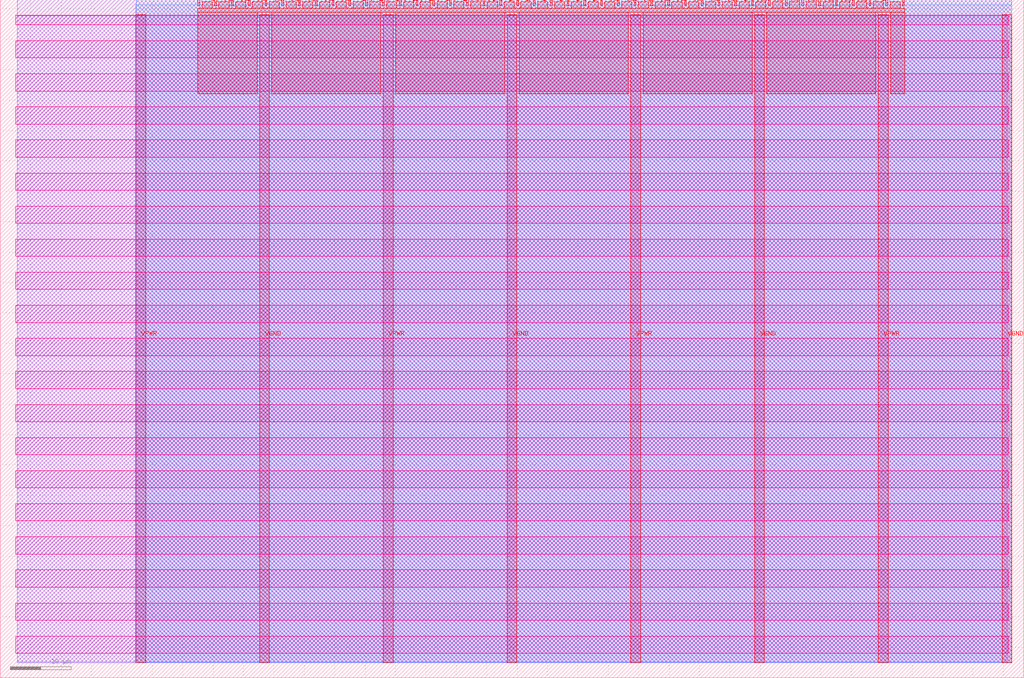
<source format=lef>
VERSION 5.7 ;
  NOWIREEXTENSIONATPIN ON ;
  DIVIDERCHAR "/" ;
  BUSBITCHARS "[]" ;
MACRO tt_um_loopback_ericsmi_dup
  CLASS BLOCK ;
  FOREIGN tt_um_loopback_ericsmi_dup ;
  ORIGIN 0.000 0.000 ;
  SIZE 168.360 BY 111.520 ;
  PIN VGND
    DIRECTION INOUT ;
    USE GROUND ;
    PORT
      LAYER met4 ;
        RECT 42.670 2.480 44.270 109.040 ;
    END
    PORT
      LAYER met4 ;
        RECT 83.380 2.480 84.980 109.040 ;
    END
    PORT
      LAYER met4 ;
        RECT 124.090 2.480 125.690 109.040 ;
    END
    PORT
      LAYER met4 ;
        RECT 164.800 2.480 166.400 109.040 ;
    END
  END VGND
  PIN VPWR
    DIRECTION INOUT ;
    USE POWER ;
    PORT
      LAYER met4 ;
        RECT 22.315 2.480 23.915 109.040 ;
    END
    PORT
      LAYER met4 ;
        RECT 63.025 2.480 64.625 109.040 ;
    END
    PORT
      LAYER met4 ;
        RECT 103.735 2.480 105.335 109.040 ;
    END
    PORT
      LAYER met4 ;
        RECT 144.445 2.480 146.045 109.040 ;
    END
  END VPWR
  PIN clk
    DIRECTION INPUT ;
    USE SIGNAL ;
    ANTENNAGATEAREA 0.852000 ;
    PORT
      LAYER met4 ;
        RECT 145.670 110.520 145.970 111.520 ;
    END
  END clk
  PIN ena
    DIRECTION INPUT ;
    USE SIGNAL ;
    ANTENNAGATEAREA 0.196500 ;
    PORT
      LAYER met4 ;
        RECT 148.430 110.520 148.730 111.520 ;
    END
  END ena
  PIN rst_n
    DIRECTION INPUT ;
    USE SIGNAL ;
    ANTENNAGATEAREA 0.213000 ;
    PORT
      LAYER met4 ;
        RECT 142.910 110.520 143.210 111.520 ;
    END
  END rst_n
  PIN ui_in[0]
    DIRECTION INPUT ;
    USE SIGNAL ;
    ANTENNAGATEAREA 0.213000 ;
    PORT
      LAYER met4 ;
        RECT 140.150 110.520 140.450 111.520 ;
    END
  END ui_in[0]
  PIN ui_in[1]
    DIRECTION INPUT ;
    USE SIGNAL ;
    ANTENNAGATEAREA 0.196500 ;
    PORT
      LAYER met4 ;
        RECT 137.390 110.520 137.690 111.520 ;
    END
  END ui_in[1]
  PIN ui_in[2]
    DIRECTION INPUT ;
    USE SIGNAL ;
    ANTENNAGATEAREA 0.196500 ;
    PORT
      LAYER met4 ;
        RECT 134.630 110.520 134.930 111.520 ;
    END
  END ui_in[2]
  PIN ui_in[3]
    DIRECTION INPUT ;
    USE SIGNAL ;
    ANTENNAGATEAREA 0.196500 ;
    PORT
      LAYER met4 ;
        RECT 131.870 110.520 132.170 111.520 ;
    END
  END ui_in[3]
  PIN ui_in[4]
    DIRECTION INPUT ;
    USE SIGNAL ;
    ANTENNAGATEAREA 0.196500 ;
    PORT
      LAYER met4 ;
        RECT 129.110 110.520 129.410 111.520 ;
    END
  END ui_in[4]
  PIN ui_in[5]
    DIRECTION INPUT ;
    USE SIGNAL ;
    ANTENNAGATEAREA 0.196500 ;
    PORT
      LAYER met4 ;
        RECT 126.350 110.520 126.650 111.520 ;
    END
  END ui_in[5]
  PIN ui_in[6]
    DIRECTION INPUT ;
    USE SIGNAL ;
    ANTENNAGATEAREA 0.196500 ;
    PORT
      LAYER met4 ;
        RECT 123.590 110.520 123.890 111.520 ;
    END
  END ui_in[6]
  PIN ui_in[7]
    DIRECTION INPUT ;
    USE SIGNAL ;
    ANTENNAGATEAREA 0.196500 ;
    PORT
      LAYER met4 ;
        RECT 120.830 110.520 121.130 111.520 ;
    END
  END ui_in[7]
  PIN uio_in[0]
    DIRECTION INPUT ;
    USE SIGNAL ;
    ANTENNAGATEAREA 0.196500 ;
    PORT
      LAYER met4 ;
        RECT 118.070 110.520 118.370 111.520 ;
    END
  END uio_in[0]
  PIN uio_in[1]
    DIRECTION INPUT ;
    USE SIGNAL ;
    ANTENNAGATEAREA 0.196500 ;
    PORT
      LAYER met4 ;
        RECT 115.310 110.520 115.610 111.520 ;
    END
  END uio_in[1]
  PIN uio_in[2]
    DIRECTION INPUT ;
    USE SIGNAL ;
    ANTENNAGATEAREA 0.196500 ;
    PORT
      LAYER met4 ;
        RECT 112.550 110.520 112.850 111.520 ;
    END
  END uio_in[2]
  PIN uio_in[3]
    DIRECTION INPUT ;
    USE SIGNAL ;
    ANTENNAGATEAREA 0.196500 ;
    PORT
      LAYER met4 ;
        RECT 109.790 110.520 110.090 111.520 ;
    END
  END uio_in[3]
  PIN uio_in[4]
    DIRECTION INPUT ;
    USE SIGNAL ;
    ANTENNAGATEAREA 0.196500 ;
    PORT
      LAYER met4 ;
        RECT 107.030 110.520 107.330 111.520 ;
    END
  END uio_in[4]
  PIN uio_in[5]
    DIRECTION INPUT ;
    USE SIGNAL ;
    ANTENNAGATEAREA 0.196500 ;
    PORT
      LAYER met4 ;
        RECT 104.270 110.520 104.570 111.520 ;
    END
  END uio_in[5]
  PIN uio_in[6]
    DIRECTION INPUT ;
    USE SIGNAL ;
    ANTENNAGATEAREA 0.196500 ;
    PORT
      LAYER met4 ;
        RECT 101.510 110.520 101.810 111.520 ;
    END
  END uio_in[6]
  PIN uio_in[7]
    DIRECTION INPUT ;
    USE SIGNAL ;
    ANTENNAGATEAREA 0.196500 ;
    PORT
      LAYER met4 ;
        RECT 98.750 110.520 99.050 111.520 ;
    END
  END uio_in[7]
  PIN uio_oe[0]
    DIRECTION OUTPUT TRISTATE ;
    USE SIGNAL ;
    ANTENNADIFFAREA 0.445500 ;
    PORT
      LAYER met4 ;
        RECT 51.830 110.520 52.130 111.520 ;
    END
  END uio_oe[0]
  PIN uio_oe[1]
    DIRECTION OUTPUT TRISTATE ;
    USE SIGNAL ;
    ANTENNADIFFAREA 0.445500 ;
    PORT
      LAYER met4 ;
        RECT 49.070 110.520 49.370 111.520 ;
    END
  END uio_oe[1]
  PIN uio_oe[2]
    DIRECTION OUTPUT TRISTATE ;
    USE SIGNAL ;
    ANTENNADIFFAREA 0.445500 ;
    PORT
      LAYER met4 ;
        RECT 46.310 110.520 46.610 111.520 ;
    END
  END uio_oe[2]
  PIN uio_oe[3]
    DIRECTION OUTPUT TRISTATE ;
    USE SIGNAL ;
    ANTENNADIFFAREA 0.445500 ;
    PORT
      LAYER met4 ;
        RECT 43.550 110.520 43.850 111.520 ;
    END
  END uio_oe[3]
  PIN uio_oe[4]
    DIRECTION OUTPUT TRISTATE ;
    USE SIGNAL ;
    ANTENNADIFFAREA 0.445500 ;
    PORT
      LAYER met4 ;
        RECT 40.790 110.520 41.090 111.520 ;
    END
  END uio_oe[4]
  PIN uio_oe[5]
    DIRECTION OUTPUT TRISTATE ;
    USE SIGNAL ;
    ANTENNADIFFAREA 0.445500 ;
    PORT
      LAYER met4 ;
        RECT 38.030 110.520 38.330 111.520 ;
    END
  END uio_oe[5]
  PIN uio_oe[6]
    DIRECTION OUTPUT TRISTATE ;
    USE SIGNAL ;
    ANTENNADIFFAREA 0.445500 ;
    PORT
      LAYER met4 ;
        RECT 35.270 110.520 35.570 111.520 ;
    END
  END uio_oe[6]
  PIN uio_oe[7]
    DIRECTION OUTPUT TRISTATE ;
    USE SIGNAL ;
    ANTENNAGATEAREA 1.113000 ;
    ANTENNADIFFAREA 1.075200 ;
    PORT
      LAYER met4 ;
        RECT 32.510 110.520 32.810 111.520 ;
    END
  END uio_oe[7]
  PIN uio_out[0]
    DIRECTION OUTPUT TRISTATE ;
    USE SIGNAL ;
    ANTENNADIFFAREA 0.795200 ;
    PORT
      LAYER met4 ;
        RECT 73.910 110.520 74.210 111.520 ;
    END
  END uio_out[0]
  PIN uio_out[1]
    DIRECTION OUTPUT TRISTATE ;
    USE SIGNAL ;
    ANTENNADIFFAREA 0.795200 ;
    PORT
      LAYER met4 ;
        RECT 71.150 110.520 71.450 111.520 ;
    END
  END uio_out[1]
  PIN uio_out[2]
    DIRECTION OUTPUT TRISTATE ;
    USE SIGNAL ;
    ANTENNADIFFAREA 0.445500 ;
    PORT
      LAYER met4 ;
        RECT 68.390 110.520 68.690 111.520 ;
    END
  END uio_out[2]
  PIN uio_out[3]
    DIRECTION OUTPUT TRISTATE ;
    USE SIGNAL ;
    ANTENNADIFFAREA 0.445500 ;
    PORT
      LAYER met4 ;
        RECT 65.630 110.520 65.930 111.520 ;
    END
  END uio_out[3]
  PIN uio_out[4]
    DIRECTION OUTPUT TRISTATE ;
    USE SIGNAL ;
    ANTENNADIFFAREA 0.445500 ;
    PORT
      LAYER met4 ;
        RECT 62.870 110.520 63.170 111.520 ;
    END
  END uio_out[4]
  PIN uio_out[5]
    DIRECTION OUTPUT TRISTATE ;
    USE SIGNAL ;
    ANTENNADIFFAREA 0.795200 ;
    PORT
      LAYER met4 ;
        RECT 60.110 110.520 60.410 111.520 ;
    END
  END uio_out[5]
  PIN uio_out[6]
    DIRECTION OUTPUT TRISTATE ;
    USE SIGNAL ;
    ANTENNADIFFAREA 0.445500 ;
    PORT
      LAYER met4 ;
        RECT 57.350 110.520 57.650 111.520 ;
    END
  END uio_out[6]
  PIN uio_out[7]
    DIRECTION OUTPUT TRISTATE ;
    USE SIGNAL ;
    ANTENNADIFFAREA 0.795200 ;
    PORT
      LAYER met4 ;
        RECT 54.590 110.520 54.890 111.520 ;
    END
  END uio_out[7]
  PIN uo_out[0]
    DIRECTION OUTPUT TRISTATE ;
    USE SIGNAL ;
    ANTENNADIFFAREA 0.445500 ;
    PORT
      LAYER met4 ;
        RECT 95.990 110.520 96.290 111.520 ;
    END
  END uo_out[0]
  PIN uo_out[1]
    DIRECTION OUTPUT TRISTATE ;
    USE SIGNAL ;
    ANTENNADIFFAREA 0.795200 ;
    PORT
      LAYER met4 ;
        RECT 93.230 110.520 93.530 111.520 ;
    END
  END uo_out[1]
  PIN uo_out[2]
    DIRECTION OUTPUT TRISTATE ;
    USE SIGNAL ;
    ANTENNADIFFAREA 0.445500 ;
    PORT
      LAYER met4 ;
        RECT 90.470 110.520 90.770 111.520 ;
    END
  END uo_out[2]
  PIN uo_out[3]
    DIRECTION OUTPUT TRISTATE ;
    USE SIGNAL ;
    ANTENNAGATEAREA 0.531000 ;
    ANTENNADIFFAREA 0.795200 ;
    PORT
      LAYER met4 ;
        RECT 87.710 110.520 88.010 111.520 ;
    END
  END uo_out[3]
  PIN uo_out[4]
    DIRECTION OUTPUT TRISTATE ;
    USE SIGNAL ;
    ANTENNADIFFAREA 0.445500 ;
    PORT
      LAYER met4 ;
        RECT 84.950 110.520 85.250 111.520 ;
    END
  END uo_out[4]
  PIN uo_out[5]
    DIRECTION OUTPUT TRISTATE ;
    USE SIGNAL ;
    ANTENNADIFFAREA 0.795200 ;
    PORT
      LAYER met4 ;
        RECT 82.190 110.520 82.490 111.520 ;
    END
  END uo_out[5]
  PIN uo_out[6]
    DIRECTION OUTPUT TRISTATE ;
    USE SIGNAL ;
    ANTENNADIFFAREA 0.445500 ;
    PORT
      LAYER met4 ;
        RECT 79.430 110.520 79.730 111.520 ;
    END
  END uo_out[6]
  PIN uo_out[7]
    DIRECTION OUTPUT TRISTATE ;
    USE SIGNAL ;
    ANTENNADIFFAREA 0.445500 ;
    PORT
      LAYER met4 ;
        RECT 76.670 110.520 76.970 111.520 ;
    END
  END uo_out[7]
  OBS
      LAYER nwell ;
        RECT 2.570 107.385 165.790 108.990 ;
        RECT 2.570 101.945 165.790 104.775 ;
        RECT 2.570 96.505 165.790 99.335 ;
        RECT 2.570 91.065 165.790 93.895 ;
        RECT 2.570 85.625 165.790 88.455 ;
        RECT 2.570 80.185 165.790 83.015 ;
        RECT 2.570 74.745 165.790 77.575 ;
        RECT 2.570 69.305 165.790 72.135 ;
        RECT 2.570 63.865 165.790 66.695 ;
        RECT 2.570 58.425 165.790 61.255 ;
        RECT 2.570 52.985 165.790 55.815 ;
        RECT 2.570 47.545 165.790 50.375 ;
        RECT 2.570 42.105 165.790 44.935 ;
        RECT 2.570 36.665 165.790 39.495 ;
        RECT 2.570 31.225 165.790 34.055 ;
        RECT 2.570 25.785 165.790 28.615 ;
        RECT 2.570 20.345 165.790 23.175 ;
        RECT 2.570 14.905 165.790 17.735 ;
        RECT 2.570 9.465 165.790 12.295 ;
        RECT 2.570 4.025 165.790 6.855 ;
      LAYER li1 ;
        RECT 2.760 2.635 165.600 108.885 ;
      LAYER met1 ;
        RECT 2.760 2.480 166.400 111.480 ;
      LAYER met2 ;
        RECT 22.345 2.535 166.370 111.510 ;
      LAYER met3 ;
        RECT 22.325 2.555 166.390 110.665 ;
      LAYER met4 ;
        RECT 33.210 110.120 34.870 111.170 ;
        RECT 35.970 110.120 37.630 111.170 ;
        RECT 38.730 110.120 40.390 111.170 ;
        RECT 41.490 110.120 43.150 111.170 ;
        RECT 44.250 110.120 45.910 111.170 ;
        RECT 47.010 110.120 48.670 111.170 ;
        RECT 49.770 110.120 51.430 111.170 ;
        RECT 52.530 110.120 54.190 111.170 ;
        RECT 55.290 110.120 56.950 111.170 ;
        RECT 58.050 110.120 59.710 111.170 ;
        RECT 60.810 110.120 62.470 111.170 ;
        RECT 63.570 110.120 65.230 111.170 ;
        RECT 66.330 110.120 67.990 111.170 ;
        RECT 69.090 110.120 70.750 111.170 ;
        RECT 71.850 110.120 73.510 111.170 ;
        RECT 74.610 110.120 76.270 111.170 ;
        RECT 77.370 110.120 79.030 111.170 ;
        RECT 80.130 110.120 81.790 111.170 ;
        RECT 82.890 110.120 84.550 111.170 ;
        RECT 85.650 110.120 87.310 111.170 ;
        RECT 88.410 110.120 90.070 111.170 ;
        RECT 91.170 110.120 92.830 111.170 ;
        RECT 93.930 110.120 95.590 111.170 ;
        RECT 96.690 110.120 98.350 111.170 ;
        RECT 99.450 110.120 101.110 111.170 ;
        RECT 102.210 110.120 103.870 111.170 ;
        RECT 104.970 110.120 106.630 111.170 ;
        RECT 107.730 110.120 109.390 111.170 ;
        RECT 110.490 110.120 112.150 111.170 ;
        RECT 113.250 110.120 114.910 111.170 ;
        RECT 116.010 110.120 117.670 111.170 ;
        RECT 118.770 110.120 120.430 111.170 ;
        RECT 121.530 110.120 123.190 111.170 ;
        RECT 124.290 110.120 125.950 111.170 ;
        RECT 127.050 110.120 128.710 111.170 ;
        RECT 129.810 110.120 131.470 111.170 ;
        RECT 132.570 110.120 134.230 111.170 ;
        RECT 135.330 110.120 136.990 111.170 ;
        RECT 138.090 110.120 139.750 111.170 ;
        RECT 140.850 110.120 142.510 111.170 ;
        RECT 143.610 110.120 145.270 111.170 ;
        RECT 146.370 110.120 148.030 111.170 ;
        RECT 32.495 109.440 148.745 110.120 ;
        RECT 32.495 96.055 42.270 109.440 ;
        RECT 44.670 96.055 62.625 109.440 ;
        RECT 65.025 96.055 82.980 109.440 ;
        RECT 85.380 96.055 103.335 109.440 ;
        RECT 105.735 96.055 123.690 109.440 ;
        RECT 126.090 96.055 144.045 109.440 ;
        RECT 146.445 96.055 148.745 109.440 ;
  END
END tt_um_loopback_ericsmi_dup
END LIBRARY


</source>
